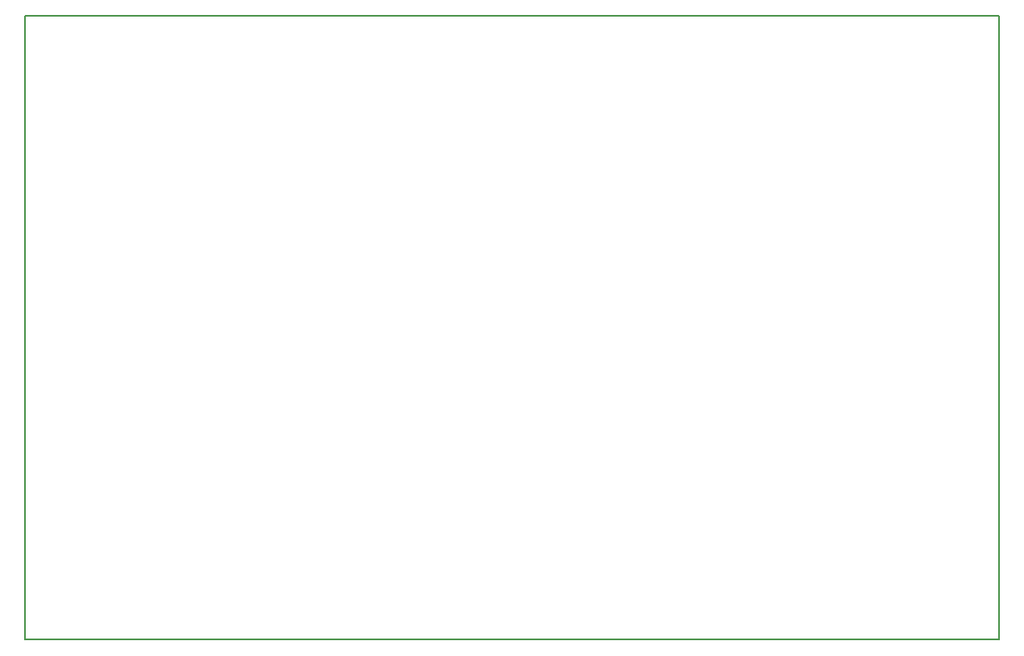
<source format=gm1>
G04 #@! TF.FileFunction,Profile,NP*
%FSLAX46Y46*%
G04 Gerber Fmt 4.6, Leading zero omitted, Abs format (unit mm)*
G04 Created by KiCad (PCBNEW (2016-03-22 BZR 6643, Git db8c72c)-product) date 3/23/2016 7:44:00 PM*
%MOMM*%
G01*
G04 APERTURE LIST*
%ADD10C,0.100000*%
%ADD11C,0.150000*%
G04 APERTURE END LIST*
D10*
D11*
X170180000Y-53340000D02*
X71120000Y-53340000D01*
X170180000Y-116840000D02*
X170180000Y-53340000D01*
X71120000Y-116840000D02*
X71120000Y-53340000D01*
X170180000Y-116840000D02*
X71120000Y-116840000D01*
M02*

</source>
